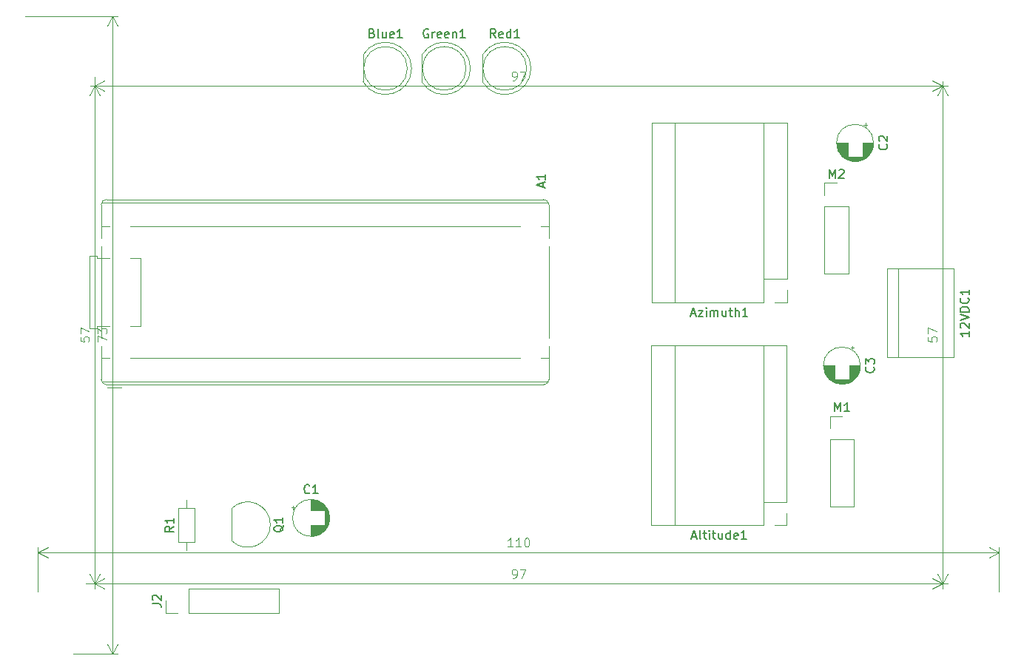
<source format=gbr>
%TF.GenerationSoftware,KiCad,Pcbnew,9.0.6-9.0.6~ubuntu24.04.1*%
%TF.CreationDate,2025-12-19T01:03:36-05:00*%
%TF.ProjectId,pilomar_schematics,70696c6f-6d61-4725-9f73-6368656d6174,rev?*%
%TF.SameCoordinates,Original*%
%TF.FileFunction,Legend,Top*%
%TF.FilePolarity,Positive*%
%FSLAX46Y46*%
G04 Gerber Fmt 4.6, Leading zero omitted, Abs format (unit mm)*
G04 Created by KiCad (PCBNEW 9.0.6-9.0.6~ubuntu24.04.1) date 2025-12-19 01:03:36*
%MOMM*%
%LPD*%
G01*
G04 APERTURE LIST*
%ADD10C,0.100000*%
%ADD11C,0.150000*%
%ADD12C,0.120000*%
G04 APERTURE END LIST*
D10*
X84333333Y-109257419D02*
X83761905Y-109257419D01*
X84047619Y-109257419D02*
X84047619Y-108257419D01*
X84047619Y-108257419D02*
X83952381Y-108400276D01*
X83952381Y-108400276D02*
X83857143Y-108495514D01*
X83857143Y-108495514D02*
X83761905Y-108543133D01*
X85285714Y-109257419D02*
X84714286Y-109257419D01*
X85000000Y-109257419D02*
X85000000Y-108257419D01*
X85000000Y-108257419D02*
X84904762Y-108400276D01*
X84904762Y-108400276D02*
X84809524Y-108495514D01*
X84809524Y-108495514D02*
X84714286Y-108543133D01*
X85904762Y-108257419D02*
X86000000Y-108257419D01*
X86000000Y-108257419D02*
X86095238Y-108305038D01*
X86095238Y-108305038D02*
X86142857Y-108352657D01*
X86142857Y-108352657D02*
X86190476Y-108447895D01*
X86190476Y-108447895D02*
X86238095Y-108638371D01*
X86238095Y-108638371D02*
X86238095Y-108876466D01*
X86238095Y-108876466D02*
X86190476Y-109066942D01*
X86190476Y-109066942D02*
X86142857Y-109162180D01*
X86142857Y-109162180D02*
X86095238Y-109209800D01*
X86095238Y-109209800D02*
X86000000Y-109257419D01*
X86000000Y-109257419D02*
X85904762Y-109257419D01*
X85904762Y-109257419D02*
X85809524Y-109209800D01*
X85809524Y-109209800D02*
X85761905Y-109162180D01*
X85761905Y-109162180D02*
X85714286Y-109066942D01*
X85714286Y-109066942D02*
X85666667Y-108876466D01*
X85666667Y-108876466D02*
X85666667Y-108638371D01*
X85666667Y-108638371D02*
X85714286Y-108447895D01*
X85714286Y-108447895D02*
X85761905Y-108352657D01*
X85761905Y-108352657D02*
X85809524Y-108305038D01*
X85809524Y-108305038D02*
X85904762Y-108257419D01*
X30000000Y-114400000D02*
X30000000Y-109313580D01*
X140000000Y-109313580D02*
X140000000Y-114400000D01*
X30000000Y-109900000D02*
X140000000Y-109900000D01*
X30000000Y-109900000D02*
X31126504Y-109313579D01*
X30000000Y-109900000D02*
X31126504Y-110486421D01*
X140000000Y-109900000D02*
X138873496Y-110486421D01*
X140000000Y-109900000D02*
X138873496Y-109313579D01*
X34857419Y-85238095D02*
X34857419Y-85714285D01*
X34857419Y-85714285D02*
X35333609Y-85761904D01*
X35333609Y-85761904D02*
X35285990Y-85714285D01*
X35285990Y-85714285D02*
X35238371Y-85619047D01*
X35238371Y-85619047D02*
X35238371Y-85380952D01*
X35238371Y-85380952D02*
X35285990Y-85285714D01*
X35285990Y-85285714D02*
X35333609Y-85238095D01*
X35333609Y-85238095D02*
X35428847Y-85190476D01*
X35428847Y-85190476D02*
X35666942Y-85190476D01*
X35666942Y-85190476D02*
X35762180Y-85238095D01*
X35762180Y-85238095D02*
X35809800Y-85285714D01*
X35809800Y-85285714D02*
X35857419Y-85380952D01*
X35857419Y-85380952D02*
X35857419Y-85619047D01*
X35857419Y-85619047D02*
X35809800Y-85714285D01*
X35809800Y-85714285D02*
X35762180Y-85761904D01*
X34857419Y-84857142D02*
X34857419Y-84190476D01*
X34857419Y-84190476D02*
X35857419Y-84619047D01*
X35500000Y-113500000D02*
X37086420Y-113500000D01*
X37086420Y-56500000D02*
X36000000Y-56500000D01*
X36500000Y-113500000D02*
X36500000Y-56500000D01*
X36500000Y-113500000D02*
X35913579Y-112373496D01*
X36500000Y-113500000D02*
X37086421Y-112373496D01*
X36500000Y-56500000D02*
X37086421Y-57626504D01*
X36500000Y-56500000D02*
X35913579Y-57626504D01*
X84333333Y-112857419D02*
X84523809Y-112857419D01*
X84523809Y-112857419D02*
X84619047Y-112809800D01*
X84619047Y-112809800D02*
X84666666Y-112762180D01*
X84666666Y-112762180D02*
X84761904Y-112619323D01*
X84761904Y-112619323D02*
X84809523Y-112428847D01*
X84809523Y-112428847D02*
X84809523Y-112047895D01*
X84809523Y-112047895D02*
X84761904Y-111952657D01*
X84761904Y-111952657D02*
X84714285Y-111905038D01*
X84714285Y-111905038D02*
X84619047Y-111857419D01*
X84619047Y-111857419D02*
X84428571Y-111857419D01*
X84428571Y-111857419D02*
X84333333Y-111905038D01*
X84333333Y-111905038D02*
X84285714Y-111952657D01*
X84285714Y-111952657D02*
X84238095Y-112047895D01*
X84238095Y-112047895D02*
X84238095Y-112285990D01*
X84238095Y-112285990D02*
X84285714Y-112381228D01*
X84285714Y-112381228D02*
X84333333Y-112428847D01*
X84333333Y-112428847D02*
X84428571Y-112476466D01*
X84428571Y-112476466D02*
X84619047Y-112476466D01*
X84619047Y-112476466D02*
X84714285Y-112428847D01*
X84714285Y-112428847D02*
X84761904Y-112381228D01*
X84761904Y-112381228D02*
X84809523Y-112285990D01*
X85142857Y-111857419D02*
X85809523Y-111857419D01*
X85809523Y-111857419D02*
X85380952Y-112857419D01*
X36500000Y-112500000D02*
X36500000Y-114086420D01*
X133500000Y-114086420D02*
X133500000Y-113000000D01*
X36500000Y-113500000D02*
X133500000Y-113500000D01*
X36500000Y-113500000D02*
X37626504Y-112913579D01*
X36500000Y-113500000D02*
X37626504Y-114086421D01*
X133500000Y-113500000D02*
X132373496Y-114086421D01*
X133500000Y-113500000D02*
X132373496Y-112913579D01*
X84333333Y-55857419D02*
X84523809Y-55857419D01*
X84523809Y-55857419D02*
X84619047Y-55809800D01*
X84619047Y-55809800D02*
X84666666Y-55762180D01*
X84666666Y-55762180D02*
X84761904Y-55619323D01*
X84761904Y-55619323D02*
X84809523Y-55428847D01*
X84809523Y-55428847D02*
X84809523Y-55047895D01*
X84809523Y-55047895D02*
X84761904Y-54952657D01*
X84761904Y-54952657D02*
X84714285Y-54905038D01*
X84714285Y-54905038D02*
X84619047Y-54857419D01*
X84619047Y-54857419D02*
X84428571Y-54857419D01*
X84428571Y-54857419D02*
X84333333Y-54905038D01*
X84333333Y-54905038D02*
X84285714Y-54952657D01*
X84285714Y-54952657D02*
X84238095Y-55047895D01*
X84238095Y-55047895D02*
X84238095Y-55285990D01*
X84238095Y-55285990D02*
X84285714Y-55381228D01*
X84285714Y-55381228D02*
X84333333Y-55428847D01*
X84333333Y-55428847D02*
X84428571Y-55476466D01*
X84428571Y-55476466D02*
X84619047Y-55476466D01*
X84619047Y-55476466D02*
X84714285Y-55428847D01*
X84714285Y-55428847D02*
X84761904Y-55381228D01*
X84761904Y-55381228D02*
X84809523Y-55285990D01*
X85142857Y-54857419D02*
X85809523Y-54857419D01*
X85809523Y-54857419D02*
X85380952Y-55857419D01*
X36500000Y-55500000D02*
X36500000Y-57086420D01*
X133500000Y-57086420D02*
X133500000Y-56000000D01*
X36500000Y-56500000D02*
X133500000Y-56500000D01*
X36500000Y-56500000D02*
X37626504Y-55913579D01*
X36500000Y-56500000D02*
X37626504Y-57086421D01*
X133500000Y-56500000D02*
X132373496Y-57086421D01*
X133500000Y-56500000D02*
X132373496Y-55913579D01*
X36857419Y-85809523D02*
X36857419Y-85142857D01*
X36857419Y-85142857D02*
X37857419Y-85571428D01*
X36857419Y-84857142D02*
X36857419Y-84238095D01*
X36857419Y-84238095D02*
X37238371Y-84571428D01*
X37238371Y-84571428D02*
X37238371Y-84428571D01*
X37238371Y-84428571D02*
X37285990Y-84333333D01*
X37285990Y-84333333D02*
X37333609Y-84285714D01*
X37333609Y-84285714D02*
X37428847Y-84238095D01*
X37428847Y-84238095D02*
X37666942Y-84238095D01*
X37666942Y-84238095D02*
X37762180Y-84285714D01*
X37762180Y-84285714D02*
X37809800Y-84333333D01*
X37809800Y-84333333D02*
X37857419Y-84428571D01*
X37857419Y-84428571D02*
X37857419Y-84714285D01*
X37857419Y-84714285D02*
X37809800Y-84809523D01*
X37809800Y-84809523D02*
X37762180Y-84857142D01*
X34000000Y-121500000D02*
X39086420Y-121500000D01*
X39086420Y-48500000D02*
X28500000Y-48500000D01*
X38500000Y-121500000D02*
X38500000Y-48500000D01*
X38500000Y-121500000D02*
X37913579Y-120373496D01*
X38500000Y-121500000D02*
X39086421Y-120373496D01*
X38500000Y-48500000D02*
X39086421Y-49626504D01*
X38500000Y-48500000D02*
X37913579Y-49626504D01*
X131857419Y-85238095D02*
X131857419Y-85714285D01*
X131857419Y-85714285D02*
X132333609Y-85761904D01*
X132333609Y-85761904D02*
X132285990Y-85714285D01*
X132285990Y-85714285D02*
X132238371Y-85619047D01*
X132238371Y-85619047D02*
X132238371Y-85380952D01*
X132238371Y-85380952D02*
X132285990Y-85285714D01*
X132285990Y-85285714D02*
X132333609Y-85238095D01*
X132333609Y-85238095D02*
X132428847Y-85190476D01*
X132428847Y-85190476D02*
X132666942Y-85190476D01*
X132666942Y-85190476D02*
X132762180Y-85238095D01*
X132762180Y-85238095D02*
X132809800Y-85285714D01*
X132809800Y-85285714D02*
X132857419Y-85380952D01*
X132857419Y-85380952D02*
X132857419Y-85619047D01*
X132857419Y-85619047D02*
X132809800Y-85714285D01*
X132809800Y-85714285D02*
X132762180Y-85761904D01*
X131857419Y-84857142D02*
X131857419Y-84190476D01*
X131857419Y-84190476D02*
X132857419Y-84619047D01*
X132500000Y-113500000D02*
X134086420Y-113500000D01*
X134086420Y-56500000D02*
X133000000Y-56500000D01*
X133500000Y-113500000D02*
X133500000Y-56500000D01*
X133500000Y-113500000D02*
X132913579Y-112373496D01*
X133500000Y-113500000D02*
X134086421Y-112373496D01*
X133500000Y-56500000D02*
X134086421Y-57626504D01*
X133500000Y-56500000D02*
X132913579Y-57626504D01*
D11*
X136534819Y-84595238D02*
X136534819Y-85166666D01*
X136534819Y-84880952D02*
X135534819Y-84880952D01*
X135534819Y-84880952D02*
X135677676Y-84976190D01*
X135677676Y-84976190D02*
X135772914Y-85071428D01*
X135772914Y-85071428D02*
X135820533Y-85166666D01*
X135630057Y-84214285D02*
X135582438Y-84166666D01*
X135582438Y-84166666D02*
X135534819Y-84071428D01*
X135534819Y-84071428D02*
X135534819Y-83833333D01*
X135534819Y-83833333D02*
X135582438Y-83738095D01*
X135582438Y-83738095D02*
X135630057Y-83690476D01*
X135630057Y-83690476D02*
X135725295Y-83642857D01*
X135725295Y-83642857D02*
X135820533Y-83642857D01*
X135820533Y-83642857D02*
X135963390Y-83690476D01*
X135963390Y-83690476D02*
X136534819Y-84261904D01*
X136534819Y-84261904D02*
X136534819Y-83642857D01*
X135534819Y-83357142D02*
X136534819Y-83023809D01*
X136534819Y-83023809D02*
X135534819Y-82690476D01*
X136534819Y-82357142D02*
X135534819Y-82357142D01*
X135534819Y-82357142D02*
X135534819Y-82119047D01*
X135534819Y-82119047D02*
X135582438Y-81976190D01*
X135582438Y-81976190D02*
X135677676Y-81880952D01*
X135677676Y-81880952D02*
X135772914Y-81833333D01*
X135772914Y-81833333D02*
X135963390Y-81785714D01*
X135963390Y-81785714D02*
X136106247Y-81785714D01*
X136106247Y-81785714D02*
X136296723Y-81833333D01*
X136296723Y-81833333D02*
X136391961Y-81880952D01*
X136391961Y-81880952D02*
X136487200Y-81976190D01*
X136487200Y-81976190D02*
X136534819Y-82119047D01*
X136534819Y-82119047D02*
X136534819Y-82357142D01*
X136439580Y-80785714D02*
X136487200Y-80833333D01*
X136487200Y-80833333D02*
X136534819Y-80976190D01*
X136534819Y-80976190D02*
X136534819Y-81071428D01*
X136534819Y-81071428D02*
X136487200Y-81214285D01*
X136487200Y-81214285D02*
X136391961Y-81309523D01*
X136391961Y-81309523D02*
X136296723Y-81357142D01*
X136296723Y-81357142D02*
X136106247Y-81404761D01*
X136106247Y-81404761D02*
X135963390Y-81404761D01*
X135963390Y-81404761D02*
X135772914Y-81357142D01*
X135772914Y-81357142D02*
X135677676Y-81309523D01*
X135677676Y-81309523D02*
X135582438Y-81214285D01*
X135582438Y-81214285D02*
X135534819Y-81071428D01*
X135534819Y-81071428D02*
X135534819Y-80976190D01*
X135534819Y-80976190D02*
X135582438Y-80833333D01*
X135582438Y-80833333D02*
X135630057Y-80785714D01*
X136534819Y-79833333D02*
X136534819Y-80404761D01*
X136534819Y-80119047D02*
X135534819Y-80119047D01*
X135534819Y-80119047D02*
X135677676Y-80214285D01*
X135677676Y-80214285D02*
X135772914Y-80309523D01*
X135772914Y-80309523D02*
X135820533Y-80404761D01*
X58110057Y-106825238D02*
X58062438Y-106920476D01*
X58062438Y-106920476D02*
X57967200Y-107015714D01*
X57967200Y-107015714D02*
X57824342Y-107158571D01*
X57824342Y-107158571D02*
X57776723Y-107253809D01*
X57776723Y-107253809D02*
X57776723Y-107349047D01*
X58014819Y-107301428D02*
X57967200Y-107396666D01*
X57967200Y-107396666D02*
X57871961Y-107491904D01*
X57871961Y-107491904D02*
X57681485Y-107539523D01*
X57681485Y-107539523D02*
X57348152Y-107539523D01*
X57348152Y-107539523D02*
X57157676Y-107491904D01*
X57157676Y-107491904D02*
X57062438Y-107396666D01*
X57062438Y-107396666D02*
X57014819Y-107301428D01*
X57014819Y-107301428D02*
X57014819Y-107110952D01*
X57014819Y-107110952D02*
X57062438Y-107015714D01*
X57062438Y-107015714D02*
X57157676Y-106920476D01*
X57157676Y-106920476D02*
X57348152Y-106872857D01*
X57348152Y-106872857D02*
X57681485Y-106872857D01*
X57681485Y-106872857D02*
X57871961Y-106920476D01*
X57871961Y-106920476D02*
X57967200Y-107015714D01*
X57967200Y-107015714D02*
X58014819Y-107110952D01*
X58014819Y-107110952D02*
X58014819Y-107301428D01*
X58014819Y-105920476D02*
X58014819Y-106491904D01*
X58014819Y-106206190D02*
X57014819Y-106206190D01*
X57014819Y-106206190D02*
X57157676Y-106301428D01*
X57157676Y-106301428D02*
X57252914Y-106396666D01*
X57252914Y-106396666D02*
X57300533Y-106491904D01*
X87784104Y-68073339D02*
X87784104Y-67597149D01*
X88069819Y-68168577D02*
X87069819Y-67835244D01*
X87069819Y-67835244D02*
X88069819Y-67501911D01*
X88069819Y-66644768D02*
X88069819Y-67216196D01*
X88069819Y-66930482D02*
X87069819Y-66930482D01*
X87069819Y-66930482D02*
X87212676Y-67025720D01*
X87212676Y-67025720D02*
X87307914Y-67120958D01*
X87307914Y-67120958D02*
X87355533Y-67216196D01*
X82382380Y-50994819D02*
X82049047Y-50518628D01*
X81810952Y-50994819D02*
X81810952Y-49994819D01*
X81810952Y-49994819D02*
X82191904Y-49994819D01*
X82191904Y-49994819D02*
X82287142Y-50042438D01*
X82287142Y-50042438D02*
X82334761Y-50090057D01*
X82334761Y-50090057D02*
X82382380Y-50185295D01*
X82382380Y-50185295D02*
X82382380Y-50328152D01*
X82382380Y-50328152D02*
X82334761Y-50423390D01*
X82334761Y-50423390D02*
X82287142Y-50471009D01*
X82287142Y-50471009D02*
X82191904Y-50518628D01*
X82191904Y-50518628D02*
X81810952Y-50518628D01*
X83191904Y-50947200D02*
X83096666Y-50994819D01*
X83096666Y-50994819D02*
X82906190Y-50994819D01*
X82906190Y-50994819D02*
X82810952Y-50947200D01*
X82810952Y-50947200D02*
X82763333Y-50851961D01*
X82763333Y-50851961D02*
X82763333Y-50471009D01*
X82763333Y-50471009D02*
X82810952Y-50375771D01*
X82810952Y-50375771D02*
X82906190Y-50328152D01*
X82906190Y-50328152D02*
X83096666Y-50328152D01*
X83096666Y-50328152D02*
X83191904Y-50375771D01*
X83191904Y-50375771D02*
X83239523Y-50471009D01*
X83239523Y-50471009D02*
X83239523Y-50566247D01*
X83239523Y-50566247D02*
X82763333Y-50661485D01*
X84096666Y-50994819D02*
X84096666Y-49994819D01*
X84096666Y-50947200D02*
X84001428Y-50994819D01*
X84001428Y-50994819D02*
X83810952Y-50994819D01*
X83810952Y-50994819D02*
X83715714Y-50947200D01*
X83715714Y-50947200D02*
X83668095Y-50899580D01*
X83668095Y-50899580D02*
X83620476Y-50804342D01*
X83620476Y-50804342D02*
X83620476Y-50518628D01*
X83620476Y-50518628D02*
X83668095Y-50423390D01*
X83668095Y-50423390D02*
X83715714Y-50375771D01*
X83715714Y-50375771D02*
X83810952Y-50328152D01*
X83810952Y-50328152D02*
X84001428Y-50328152D01*
X84001428Y-50328152D02*
X84096666Y-50375771D01*
X85096666Y-50994819D02*
X84525238Y-50994819D01*
X84810952Y-50994819D02*
X84810952Y-49994819D01*
X84810952Y-49994819D02*
X84715714Y-50137676D01*
X84715714Y-50137676D02*
X84620476Y-50232914D01*
X84620476Y-50232914D02*
X84525238Y-50280533D01*
X104775714Y-82599104D02*
X105251904Y-82599104D01*
X104680476Y-82884819D02*
X105013809Y-81884819D01*
X105013809Y-81884819D02*
X105347142Y-82884819D01*
X105585238Y-82218152D02*
X106109047Y-82218152D01*
X106109047Y-82218152D02*
X105585238Y-82884819D01*
X105585238Y-82884819D02*
X106109047Y-82884819D01*
X106490000Y-82884819D02*
X106490000Y-82218152D01*
X106490000Y-81884819D02*
X106442381Y-81932438D01*
X106442381Y-81932438D02*
X106490000Y-81980057D01*
X106490000Y-81980057D02*
X106537619Y-81932438D01*
X106537619Y-81932438D02*
X106490000Y-81884819D01*
X106490000Y-81884819D02*
X106490000Y-81980057D01*
X106966190Y-82884819D02*
X106966190Y-82218152D01*
X106966190Y-82313390D02*
X107013809Y-82265771D01*
X107013809Y-82265771D02*
X107109047Y-82218152D01*
X107109047Y-82218152D02*
X107251904Y-82218152D01*
X107251904Y-82218152D02*
X107347142Y-82265771D01*
X107347142Y-82265771D02*
X107394761Y-82361009D01*
X107394761Y-82361009D02*
X107394761Y-82884819D01*
X107394761Y-82361009D02*
X107442380Y-82265771D01*
X107442380Y-82265771D02*
X107537618Y-82218152D01*
X107537618Y-82218152D02*
X107680475Y-82218152D01*
X107680475Y-82218152D02*
X107775714Y-82265771D01*
X107775714Y-82265771D02*
X107823333Y-82361009D01*
X107823333Y-82361009D02*
X107823333Y-82884819D01*
X108728094Y-82218152D02*
X108728094Y-82884819D01*
X108299523Y-82218152D02*
X108299523Y-82741961D01*
X108299523Y-82741961D02*
X108347142Y-82837200D01*
X108347142Y-82837200D02*
X108442380Y-82884819D01*
X108442380Y-82884819D02*
X108585237Y-82884819D01*
X108585237Y-82884819D02*
X108680475Y-82837200D01*
X108680475Y-82837200D02*
X108728094Y-82789580D01*
X109061428Y-82218152D02*
X109442380Y-82218152D01*
X109204285Y-81884819D02*
X109204285Y-82741961D01*
X109204285Y-82741961D02*
X109251904Y-82837200D01*
X109251904Y-82837200D02*
X109347142Y-82884819D01*
X109347142Y-82884819D02*
X109442380Y-82884819D01*
X109775714Y-82884819D02*
X109775714Y-81884819D01*
X110204285Y-82884819D02*
X110204285Y-82361009D01*
X110204285Y-82361009D02*
X110156666Y-82265771D01*
X110156666Y-82265771D02*
X110061428Y-82218152D01*
X110061428Y-82218152D02*
X109918571Y-82218152D01*
X109918571Y-82218152D02*
X109823333Y-82265771D01*
X109823333Y-82265771D02*
X109775714Y-82313390D01*
X111204285Y-82884819D02*
X110632857Y-82884819D01*
X110918571Y-82884819D02*
X110918571Y-81884819D01*
X110918571Y-81884819D02*
X110823333Y-82027676D01*
X110823333Y-82027676D02*
X110728095Y-82122914D01*
X110728095Y-82122914D02*
X110632857Y-82170533D01*
X68222380Y-50471009D02*
X68365237Y-50518628D01*
X68365237Y-50518628D02*
X68412856Y-50566247D01*
X68412856Y-50566247D02*
X68460475Y-50661485D01*
X68460475Y-50661485D02*
X68460475Y-50804342D01*
X68460475Y-50804342D02*
X68412856Y-50899580D01*
X68412856Y-50899580D02*
X68365237Y-50947200D01*
X68365237Y-50947200D02*
X68269999Y-50994819D01*
X68269999Y-50994819D02*
X67889047Y-50994819D01*
X67889047Y-50994819D02*
X67889047Y-49994819D01*
X67889047Y-49994819D02*
X68222380Y-49994819D01*
X68222380Y-49994819D02*
X68317618Y-50042438D01*
X68317618Y-50042438D02*
X68365237Y-50090057D01*
X68365237Y-50090057D02*
X68412856Y-50185295D01*
X68412856Y-50185295D02*
X68412856Y-50280533D01*
X68412856Y-50280533D02*
X68365237Y-50375771D01*
X68365237Y-50375771D02*
X68317618Y-50423390D01*
X68317618Y-50423390D02*
X68222380Y-50471009D01*
X68222380Y-50471009D02*
X67889047Y-50471009D01*
X69031904Y-50994819D02*
X68936666Y-50947200D01*
X68936666Y-50947200D02*
X68889047Y-50851961D01*
X68889047Y-50851961D02*
X68889047Y-49994819D01*
X69841428Y-50328152D02*
X69841428Y-50994819D01*
X69412857Y-50328152D02*
X69412857Y-50851961D01*
X69412857Y-50851961D02*
X69460476Y-50947200D01*
X69460476Y-50947200D02*
X69555714Y-50994819D01*
X69555714Y-50994819D02*
X69698571Y-50994819D01*
X69698571Y-50994819D02*
X69793809Y-50947200D01*
X69793809Y-50947200D02*
X69841428Y-50899580D01*
X70698571Y-50947200D02*
X70603333Y-50994819D01*
X70603333Y-50994819D02*
X70412857Y-50994819D01*
X70412857Y-50994819D02*
X70317619Y-50947200D01*
X70317619Y-50947200D02*
X70270000Y-50851961D01*
X70270000Y-50851961D02*
X70270000Y-50471009D01*
X70270000Y-50471009D02*
X70317619Y-50375771D01*
X70317619Y-50375771D02*
X70412857Y-50328152D01*
X70412857Y-50328152D02*
X70603333Y-50328152D01*
X70603333Y-50328152D02*
X70698571Y-50375771D01*
X70698571Y-50375771D02*
X70746190Y-50471009D01*
X70746190Y-50471009D02*
X70746190Y-50566247D01*
X70746190Y-50566247D02*
X70270000Y-50661485D01*
X71698571Y-50994819D02*
X71127143Y-50994819D01*
X71412857Y-50994819D02*
X71412857Y-49994819D01*
X71412857Y-49994819D02*
X71317619Y-50137676D01*
X71317619Y-50137676D02*
X71222381Y-50232914D01*
X71222381Y-50232914D02*
X71127143Y-50280533D01*
X127109580Y-63194067D02*
X127157200Y-63241686D01*
X127157200Y-63241686D02*
X127204819Y-63384543D01*
X127204819Y-63384543D02*
X127204819Y-63479781D01*
X127204819Y-63479781D02*
X127157200Y-63622638D01*
X127157200Y-63622638D02*
X127061961Y-63717876D01*
X127061961Y-63717876D02*
X126966723Y-63765495D01*
X126966723Y-63765495D02*
X126776247Y-63813114D01*
X126776247Y-63813114D02*
X126633390Y-63813114D01*
X126633390Y-63813114D02*
X126442914Y-63765495D01*
X126442914Y-63765495D02*
X126347676Y-63717876D01*
X126347676Y-63717876D02*
X126252438Y-63622638D01*
X126252438Y-63622638D02*
X126204819Y-63479781D01*
X126204819Y-63479781D02*
X126204819Y-63384543D01*
X126204819Y-63384543D02*
X126252438Y-63241686D01*
X126252438Y-63241686D02*
X126300057Y-63194067D01*
X126300057Y-62813114D02*
X126252438Y-62765495D01*
X126252438Y-62765495D02*
X126204819Y-62670257D01*
X126204819Y-62670257D02*
X126204819Y-62432162D01*
X126204819Y-62432162D02*
X126252438Y-62336924D01*
X126252438Y-62336924D02*
X126300057Y-62289305D01*
X126300057Y-62289305D02*
X126395295Y-62241686D01*
X126395295Y-62241686D02*
X126490533Y-62241686D01*
X126490533Y-62241686D02*
X126633390Y-62289305D01*
X126633390Y-62289305D02*
X127204819Y-62860733D01*
X127204819Y-62860733D02*
X127204819Y-62241686D01*
X43074819Y-115793333D02*
X43789104Y-115793333D01*
X43789104Y-115793333D02*
X43931961Y-115840952D01*
X43931961Y-115840952D02*
X44027200Y-115936190D01*
X44027200Y-115936190D02*
X44074819Y-116079047D01*
X44074819Y-116079047D02*
X44074819Y-116174285D01*
X43170057Y-115364761D02*
X43122438Y-115317142D01*
X43122438Y-115317142D02*
X43074819Y-115221904D01*
X43074819Y-115221904D02*
X43074819Y-114983809D01*
X43074819Y-114983809D02*
X43122438Y-114888571D01*
X43122438Y-114888571D02*
X43170057Y-114840952D01*
X43170057Y-114840952D02*
X43265295Y-114793333D01*
X43265295Y-114793333D02*
X43360533Y-114793333D01*
X43360533Y-114793333D02*
X43503390Y-114840952D01*
X43503390Y-114840952D02*
X44074819Y-115412380D01*
X44074819Y-115412380D02*
X44074819Y-114793333D01*
X74661666Y-50042438D02*
X74566428Y-49994819D01*
X74566428Y-49994819D02*
X74423571Y-49994819D01*
X74423571Y-49994819D02*
X74280714Y-50042438D01*
X74280714Y-50042438D02*
X74185476Y-50137676D01*
X74185476Y-50137676D02*
X74137857Y-50232914D01*
X74137857Y-50232914D02*
X74090238Y-50423390D01*
X74090238Y-50423390D02*
X74090238Y-50566247D01*
X74090238Y-50566247D02*
X74137857Y-50756723D01*
X74137857Y-50756723D02*
X74185476Y-50851961D01*
X74185476Y-50851961D02*
X74280714Y-50947200D01*
X74280714Y-50947200D02*
X74423571Y-50994819D01*
X74423571Y-50994819D02*
X74518809Y-50994819D01*
X74518809Y-50994819D02*
X74661666Y-50947200D01*
X74661666Y-50947200D02*
X74709285Y-50899580D01*
X74709285Y-50899580D02*
X74709285Y-50566247D01*
X74709285Y-50566247D02*
X74518809Y-50566247D01*
X75137857Y-50994819D02*
X75137857Y-50328152D01*
X75137857Y-50518628D02*
X75185476Y-50423390D01*
X75185476Y-50423390D02*
X75233095Y-50375771D01*
X75233095Y-50375771D02*
X75328333Y-50328152D01*
X75328333Y-50328152D02*
X75423571Y-50328152D01*
X76137857Y-50947200D02*
X76042619Y-50994819D01*
X76042619Y-50994819D02*
X75852143Y-50994819D01*
X75852143Y-50994819D02*
X75756905Y-50947200D01*
X75756905Y-50947200D02*
X75709286Y-50851961D01*
X75709286Y-50851961D02*
X75709286Y-50471009D01*
X75709286Y-50471009D02*
X75756905Y-50375771D01*
X75756905Y-50375771D02*
X75852143Y-50328152D01*
X75852143Y-50328152D02*
X76042619Y-50328152D01*
X76042619Y-50328152D02*
X76137857Y-50375771D01*
X76137857Y-50375771D02*
X76185476Y-50471009D01*
X76185476Y-50471009D02*
X76185476Y-50566247D01*
X76185476Y-50566247D02*
X75709286Y-50661485D01*
X76995000Y-50947200D02*
X76899762Y-50994819D01*
X76899762Y-50994819D02*
X76709286Y-50994819D01*
X76709286Y-50994819D02*
X76614048Y-50947200D01*
X76614048Y-50947200D02*
X76566429Y-50851961D01*
X76566429Y-50851961D02*
X76566429Y-50471009D01*
X76566429Y-50471009D02*
X76614048Y-50375771D01*
X76614048Y-50375771D02*
X76709286Y-50328152D01*
X76709286Y-50328152D02*
X76899762Y-50328152D01*
X76899762Y-50328152D02*
X76995000Y-50375771D01*
X76995000Y-50375771D02*
X77042619Y-50471009D01*
X77042619Y-50471009D02*
X77042619Y-50566247D01*
X77042619Y-50566247D02*
X76566429Y-50661485D01*
X77471191Y-50328152D02*
X77471191Y-50994819D01*
X77471191Y-50423390D02*
X77518810Y-50375771D01*
X77518810Y-50375771D02*
X77614048Y-50328152D01*
X77614048Y-50328152D02*
X77756905Y-50328152D01*
X77756905Y-50328152D02*
X77852143Y-50375771D01*
X77852143Y-50375771D02*
X77899762Y-50471009D01*
X77899762Y-50471009D02*
X77899762Y-50994819D01*
X78899762Y-50994819D02*
X78328334Y-50994819D01*
X78614048Y-50994819D02*
X78614048Y-49994819D01*
X78614048Y-49994819D02*
X78518810Y-50137676D01*
X78518810Y-50137676D02*
X78423572Y-50232914D01*
X78423572Y-50232914D02*
X78328334Y-50280533D01*
X61083333Y-103069580D02*
X61035714Y-103117200D01*
X61035714Y-103117200D02*
X60892857Y-103164819D01*
X60892857Y-103164819D02*
X60797619Y-103164819D01*
X60797619Y-103164819D02*
X60654762Y-103117200D01*
X60654762Y-103117200D02*
X60559524Y-103021961D01*
X60559524Y-103021961D02*
X60511905Y-102926723D01*
X60511905Y-102926723D02*
X60464286Y-102736247D01*
X60464286Y-102736247D02*
X60464286Y-102593390D01*
X60464286Y-102593390D02*
X60511905Y-102402914D01*
X60511905Y-102402914D02*
X60559524Y-102307676D01*
X60559524Y-102307676D02*
X60654762Y-102212438D01*
X60654762Y-102212438D02*
X60797619Y-102164819D01*
X60797619Y-102164819D02*
X60892857Y-102164819D01*
X60892857Y-102164819D02*
X61035714Y-102212438D01*
X61035714Y-102212438D02*
X61083333Y-102260057D01*
X62035714Y-103164819D02*
X61464286Y-103164819D01*
X61750000Y-103164819D02*
X61750000Y-102164819D01*
X61750000Y-102164819D02*
X61654762Y-102307676D01*
X61654762Y-102307676D02*
X61559524Y-102402914D01*
X61559524Y-102402914D02*
X61464286Y-102450533D01*
X121190476Y-93764819D02*
X121190476Y-92764819D01*
X121190476Y-92764819D02*
X121523809Y-93479104D01*
X121523809Y-93479104D02*
X121857142Y-92764819D01*
X121857142Y-92764819D02*
X121857142Y-93764819D01*
X122857142Y-93764819D02*
X122285714Y-93764819D01*
X122571428Y-93764819D02*
X122571428Y-92764819D01*
X122571428Y-92764819D02*
X122476190Y-92907676D01*
X122476190Y-92907676D02*
X122380952Y-93002914D01*
X122380952Y-93002914D02*
X122285714Y-93050533D01*
X120570476Y-67074819D02*
X120570476Y-66074819D01*
X120570476Y-66074819D02*
X120903809Y-66789104D01*
X120903809Y-66789104D02*
X121237142Y-66074819D01*
X121237142Y-66074819D02*
X121237142Y-67074819D01*
X121665714Y-66170057D02*
X121713333Y-66122438D01*
X121713333Y-66122438D02*
X121808571Y-66074819D01*
X121808571Y-66074819D02*
X122046666Y-66074819D01*
X122046666Y-66074819D02*
X122141904Y-66122438D01*
X122141904Y-66122438D02*
X122189523Y-66170057D01*
X122189523Y-66170057D02*
X122237142Y-66265295D01*
X122237142Y-66265295D02*
X122237142Y-66360533D01*
X122237142Y-66360533D02*
X122189523Y-66503390D01*
X122189523Y-66503390D02*
X121618095Y-67074819D01*
X121618095Y-67074819D02*
X122237142Y-67074819D01*
X125609580Y-88694067D02*
X125657200Y-88741686D01*
X125657200Y-88741686D02*
X125704819Y-88884543D01*
X125704819Y-88884543D02*
X125704819Y-88979781D01*
X125704819Y-88979781D02*
X125657200Y-89122638D01*
X125657200Y-89122638D02*
X125561961Y-89217876D01*
X125561961Y-89217876D02*
X125466723Y-89265495D01*
X125466723Y-89265495D02*
X125276247Y-89313114D01*
X125276247Y-89313114D02*
X125133390Y-89313114D01*
X125133390Y-89313114D02*
X124942914Y-89265495D01*
X124942914Y-89265495D02*
X124847676Y-89217876D01*
X124847676Y-89217876D02*
X124752438Y-89122638D01*
X124752438Y-89122638D02*
X124704819Y-88979781D01*
X124704819Y-88979781D02*
X124704819Y-88884543D01*
X124704819Y-88884543D02*
X124752438Y-88741686D01*
X124752438Y-88741686D02*
X124800057Y-88694067D01*
X124704819Y-88360733D02*
X124704819Y-87741686D01*
X124704819Y-87741686D02*
X125085771Y-88075019D01*
X125085771Y-88075019D02*
X125085771Y-87932162D01*
X125085771Y-87932162D02*
X125133390Y-87836924D01*
X125133390Y-87836924D02*
X125181009Y-87789305D01*
X125181009Y-87789305D02*
X125276247Y-87741686D01*
X125276247Y-87741686D02*
X125514342Y-87741686D01*
X125514342Y-87741686D02*
X125609580Y-87789305D01*
X125609580Y-87789305D02*
X125657200Y-87836924D01*
X125657200Y-87836924D02*
X125704819Y-87932162D01*
X125704819Y-87932162D02*
X125704819Y-88217876D01*
X125704819Y-88217876D02*
X125657200Y-88313114D01*
X125657200Y-88313114D02*
X125609580Y-88360733D01*
X104830952Y-108099104D02*
X105307142Y-108099104D01*
X104735714Y-108384819D02*
X105069047Y-107384819D01*
X105069047Y-107384819D02*
X105402380Y-108384819D01*
X105878571Y-108384819D02*
X105783333Y-108337200D01*
X105783333Y-108337200D02*
X105735714Y-108241961D01*
X105735714Y-108241961D02*
X105735714Y-107384819D01*
X106116667Y-107718152D02*
X106497619Y-107718152D01*
X106259524Y-107384819D02*
X106259524Y-108241961D01*
X106259524Y-108241961D02*
X106307143Y-108337200D01*
X106307143Y-108337200D02*
X106402381Y-108384819D01*
X106402381Y-108384819D02*
X106497619Y-108384819D01*
X106830953Y-108384819D02*
X106830953Y-107718152D01*
X106830953Y-107384819D02*
X106783334Y-107432438D01*
X106783334Y-107432438D02*
X106830953Y-107480057D01*
X106830953Y-107480057D02*
X106878572Y-107432438D01*
X106878572Y-107432438D02*
X106830953Y-107384819D01*
X106830953Y-107384819D02*
X106830953Y-107480057D01*
X107164286Y-107718152D02*
X107545238Y-107718152D01*
X107307143Y-107384819D02*
X107307143Y-108241961D01*
X107307143Y-108241961D02*
X107354762Y-108337200D01*
X107354762Y-108337200D02*
X107450000Y-108384819D01*
X107450000Y-108384819D02*
X107545238Y-108384819D01*
X108307143Y-107718152D02*
X108307143Y-108384819D01*
X107878572Y-107718152D02*
X107878572Y-108241961D01*
X107878572Y-108241961D02*
X107926191Y-108337200D01*
X107926191Y-108337200D02*
X108021429Y-108384819D01*
X108021429Y-108384819D02*
X108164286Y-108384819D01*
X108164286Y-108384819D02*
X108259524Y-108337200D01*
X108259524Y-108337200D02*
X108307143Y-108289580D01*
X109211905Y-108384819D02*
X109211905Y-107384819D01*
X109211905Y-108337200D02*
X109116667Y-108384819D01*
X109116667Y-108384819D02*
X108926191Y-108384819D01*
X108926191Y-108384819D02*
X108830953Y-108337200D01*
X108830953Y-108337200D02*
X108783334Y-108289580D01*
X108783334Y-108289580D02*
X108735715Y-108194342D01*
X108735715Y-108194342D02*
X108735715Y-107908628D01*
X108735715Y-107908628D02*
X108783334Y-107813390D01*
X108783334Y-107813390D02*
X108830953Y-107765771D01*
X108830953Y-107765771D02*
X108926191Y-107718152D01*
X108926191Y-107718152D02*
X109116667Y-107718152D01*
X109116667Y-107718152D02*
X109211905Y-107765771D01*
X110069048Y-108337200D02*
X109973810Y-108384819D01*
X109973810Y-108384819D02*
X109783334Y-108384819D01*
X109783334Y-108384819D02*
X109688096Y-108337200D01*
X109688096Y-108337200D02*
X109640477Y-108241961D01*
X109640477Y-108241961D02*
X109640477Y-107861009D01*
X109640477Y-107861009D02*
X109688096Y-107765771D01*
X109688096Y-107765771D02*
X109783334Y-107718152D01*
X109783334Y-107718152D02*
X109973810Y-107718152D01*
X109973810Y-107718152D02*
X110069048Y-107765771D01*
X110069048Y-107765771D02*
X110116667Y-107861009D01*
X110116667Y-107861009D02*
X110116667Y-107956247D01*
X110116667Y-107956247D02*
X109640477Y-108051485D01*
X111069048Y-108384819D02*
X110497620Y-108384819D01*
X110783334Y-108384819D02*
X110783334Y-107384819D01*
X110783334Y-107384819D02*
X110688096Y-107527676D01*
X110688096Y-107527676D02*
X110592858Y-107622914D01*
X110592858Y-107622914D02*
X110497620Y-107670533D01*
X45534819Y-106936666D02*
X45058628Y-107269999D01*
X45534819Y-107508094D02*
X44534819Y-107508094D01*
X44534819Y-107508094D02*
X44534819Y-107127142D01*
X44534819Y-107127142D02*
X44582438Y-107031904D01*
X44582438Y-107031904D02*
X44630057Y-106984285D01*
X44630057Y-106984285D02*
X44725295Y-106936666D01*
X44725295Y-106936666D02*
X44868152Y-106936666D01*
X44868152Y-106936666D02*
X44963390Y-106984285D01*
X44963390Y-106984285D02*
X45011009Y-107031904D01*
X45011009Y-107031904D02*
X45058628Y-107127142D01*
X45058628Y-107127142D02*
X45058628Y-107508094D01*
X45534819Y-105984285D02*
X45534819Y-106555713D01*
X45534819Y-106269999D02*
X44534819Y-106269999D01*
X44534819Y-106269999D02*
X44677676Y-106365237D01*
X44677676Y-106365237D02*
X44772914Y-106460475D01*
X44772914Y-106460475D02*
X44820533Y-106555713D01*
D12*
%TO.C,12VDC1*%
X127190000Y-77420000D02*
X127190000Y-87580000D01*
X127190000Y-87580000D02*
X134810000Y-87580000D01*
X128460000Y-87580000D02*
X128460000Y-77420000D01*
X134810000Y-77420000D02*
X127190000Y-77420000D01*
X134810000Y-87580000D02*
X134810000Y-77420000D01*
%TO.C,Q1*%
X52150000Y-104930000D02*
X52150000Y-108530000D01*
X52161522Y-104891522D02*
G75*
G02*
X56600001Y-106730000I1838478J-1838478D01*
G01*
X56600000Y-106730000D02*
G75*
G02*
X52161522Y-108568478I-2600000J0D01*
G01*
%TO.C,A1*%
X35940000Y-76000000D02*
X36760000Y-76000000D01*
X35940000Y-84220000D02*
X35940000Y-76000000D01*
X35940000Y-84220000D02*
X36760000Y-84220000D01*
X36760000Y-76000000D02*
X36760000Y-76210000D01*
X36760000Y-76210000D02*
X38156000Y-76210000D01*
X36760000Y-84010000D02*
X38156000Y-84010000D01*
X36760000Y-84220000D02*
X36760000Y-84010000D01*
X37240000Y-70110000D02*
X37240000Y-72600000D01*
X37240000Y-72600000D02*
X38153520Y-72600000D01*
X37240000Y-73947939D02*
X37240000Y-72600000D01*
X37240000Y-75875000D02*
X37240000Y-74872061D01*
X37240000Y-84345000D02*
X37240000Y-75875000D01*
X37240000Y-85347939D02*
X37240000Y-84345000D01*
X37240000Y-87620000D02*
X37240000Y-86272060D01*
X37240000Y-87620000D02*
X38153520Y-87620000D01*
X37240000Y-90110000D02*
X37240000Y-87620000D01*
X37303000Y-90380000D02*
X88397000Y-90380000D01*
X37850000Y-69500000D02*
X87850000Y-69500000D01*
X37850000Y-90720000D02*
X87850000Y-90720000D01*
X39520000Y-91040000D02*
X37920000Y-91040000D01*
X40544000Y-76210000D02*
X41760000Y-76210000D01*
X40544000Y-84010000D02*
X41760000Y-84010000D01*
X40546480Y-72600000D02*
X85153520Y-72600000D01*
X40546480Y-87620000D02*
X85153520Y-87620000D01*
X41760000Y-76210000D02*
X41760000Y-84010000D01*
X87546480Y-72600000D02*
X88460000Y-72600000D01*
X87546480Y-87620000D02*
X88460000Y-87620000D01*
X88397000Y-69840000D02*
X37303000Y-69840000D01*
X88460000Y-73947939D02*
X88460000Y-70110000D01*
X88460000Y-74872061D02*
X88460000Y-76510000D01*
X88460000Y-76510000D02*
X88460000Y-83710000D01*
X88460000Y-83710000D02*
X88460000Y-85347939D01*
X88460000Y-90110000D02*
X88460000Y-86272061D01*
X37240000Y-70110000D02*
G75*
G02*
X37850000Y-69500000I610000J0D01*
G01*
X37850000Y-90720000D02*
G75*
G02*
X37240000Y-90110000I0J610000D01*
G01*
X87850000Y-69500000D02*
G75*
G02*
X88460000Y-70110000I0J-610000D01*
G01*
X88460000Y-90110000D02*
G75*
G02*
X87850000Y-90720000I-609901J-99D01*
G01*
%TO.C,Red1*%
X80870000Y-52955000D02*
X80870000Y-56045000D01*
X80870000Y-52955170D02*
G75*
G02*
X86420000Y-54500000I2560000J-1544830D01*
G01*
X86420000Y-54500000D02*
G75*
G02*
X80870000Y-56044830I-2990000J0D01*
G01*
X85930000Y-54500000D02*
G75*
G02*
X80930000Y-54500000I-2500000J0D01*
G01*
X80930000Y-54500000D02*
G75*
G02*
X85930000Y-54500000I2500000J0D01*
G01*
%TO.C,Azimuth1*%
X100240000Y-60710000D02*
X100240000Y-81290000D01*
X100240000Y-81290000D02*
X113070000Y-81290000D01*
X102910000Y-81290000D02*
X102910000Y-60710000D01*
X113070000Y-78620000D02*
X113070000Y-60710000D01*
X113070000Y-78620000D02*
X115740000Y-78620000D01*
X113070000Y-81290000D02*
X113070000Y-78620000D01*
X114340000Y-81290000D02*
X115740000Y-81290000D01*
X115740000Y-60710000D02*
X100240000Y-60710000D01*
X115740000Y-78620000D02*
X115740000Y-60710000D01*
X115740000Y-81290000D02*
X115740000Y-79890000D01*
%TO.C,Blue1*%
X67210000Y-52955000D02*
X67210000Y-56045000D01*
X67210000Y-52955170D02*
G75*
G02*
X72760000Y-54500000I2560000J-1544830D01*
G01*
X72760000Y-54500000D02*
G75*
G02*
X67210000Y-56044830I-2990000J0D01*
G01*
X72270000Y-54500000D02*
G75*
G02*
X67270000Y-54500000I-2500000J0D01*
G01*
X67270000Y-54500000D02*
G75*
G02*
X72270000Y-54500000I2500000J0D01*
G01*
%TO.C,C2*%
X122660000Y-63027401D02*
X121420000Y-63027401D01*
X122660000Y-63067401D02*
X121420000Y-63067401D01*
X122660000Y-63107401D02*
X121422000Y-63107401D01*
X122660000Y-63147401D02*
X121423000Y-63147401D01*
X122660000Y-63187401D02*
X121426000Y-63187401D01*
X122660000Y-63227401D02*
X121429000Y-63227401D01*
X122660000Y-63267401D02*
X121434000Y-63267401D01*
X122660000Y-63307401D02*
X121439000Y-63307401D01*
X122660000Y-63347401D02*
X121444000Y-63347401D01*
X122660000Y-63387401D02*
X121451000Y-63387401D01*
X122660000Y-63427401D02*
X121458000Y-63427401D01*
X122660000Y-63467401D02*
X121466000Y-63467401D01*
X122660000Y-63507401D02*
X121475000Y-63507401D01*
X122660000Y-63547401D02*
X121485000Y-63547401D01*
X122660000Y-63587401D02*
X121495000Y-63587401D01*
X122660000Y-63627401D02*
X121507000Y-63627401D01*
X122660000Y-63667401D02*
X121519000Y-63667401D01*
X122660000Y-63707401D02*
X121532000Y-63707401D01*
X122660000Y-63747401D02*
X121546000Y-63747401D01*
X122660000Y-63787401D02*
X121561000Y-63787401D01*
X122660000Y-63827401D02*
X121577000Y-63827401D01*
X122660000Y-63867401D02*
X121594000Y-63867401D01*
X122660000Y-63907401D02*
X121611000Y-63907401D01*
X122660000Y-63947401D02*
X121630000Y-63947401D01*
X122660000Y-63987401D02*
X121650000Y-63987401D01*
X122660000Y-64027401D02*
X121671000Y-64027401D01*
X122660000Y-64067401D02*
X121693000Y-64067401D01*
X122660000Y-64107401D02*
X121716000Y-64107401D01*
X122660000Y-64147401D02*
X121740000Y-64147401D01*
X122660000Y-64187401D02*
X121766000Y-64187401D01*
X122660000Y-64227401D02*
X121792000Y-64227401D01*
X122660000Y-64267401D02*
X121820000Y-64267401D01*
X122660000Y-64307401D02*
X121850000Y-64307401D01*
X122660000Y-64347401D02*
X121881000Y-64347401D01*
X122660000Y-64387401D02*
X121914000Y-64387401D01*
X122660000Y-64427401D02*
X121948000Y-64427401D01*
X122660000Y-64467401D02*
X121984000Y-64467401D01*
X122660000Y-64507401D02*
X122022000Y-64507401D01*
X122660000Y-64547401D02*
X122062000Y-64547401D01*
X122660000Y-64587401D02*
X122104000Y-64587401D01*
X123870000Y-65107401D02*
X123130000Y-65107401D01*
X124037000Y-65067401D02*
X122963000Y-65067401D01*
X124163000Y-65027401D02*
X122837000Y-65027401D01*
X124268000Y-64987401D02*
X122732000Y-64987401D01*
X124359000Y-64947401D02*
X122641000Y-64947401D01*
X124440000Y-64907401D02*
X122560000Y-64907401D01*
X124513000Y-64867401D02*
X122487000Y-64867401D01*
X124580000Y-64827401D02*
X122420000Y-64827401D01*
X124642000Y-64787401D02*
X122358000Y-64787401D01*
X124695000Y-60757600D02*
X124695000Y-61157600D01*
X124699000Y-64747401D02*
X122301000Y-64747401D01*
X124753000Y-64707401D02*
X122247000Y-64707401D01*
X124803000Y-64667401D02*
X122197000Y-64667401D01*
X124851000Y-64627401D02*
X122149000Y-64627401D01*
X124895000Y-60957600D02*
X124495000Y-60957600D01*
X124896000Y-64587401D02*
X124340000Y-64587401D01*
X124938000Y-64547401D02*
X124340000Y-64547401D01*
X124978000Y-64507401D02*
X124340000Y-64507401D01*
X125016000Y-64467401D02*
X124340000Y-64467401D01*
X125052000Y-64427401D02*
X124340000Y-64427401D01*
X125086000Y-64387401D02*
X124340000Y-64387401D01*
X125119000Y-64347401D02*
X124340000Y-64347401D01*
X125150000Y-64307401D02*
X124340000Y-64307401D01*
X125180000Y-64267401D02*
X124340000Y-64267401D01*
X125208000Y-64227401D02*
X124340000Y-64227401D01*
X125234000Y-64187401D02*
X124340000Y-64187401D01*
X125260000Y-64147401D02*
X124340000Y-64147401D01*
X125284000Y-64107401D02*
X124340000Y-64107401D01*
X125307000Y-64067401D02*
X124340000Y-64067401D01*
X125329000Y-64027401D02*
X124340000Y-64027401D01*
X125350000Y-63987401D02*
X124340000Y-63987401D01*
X125370000Y-63947401D02*
X124340000Y-63947401D01*
X125389000Y-63907401D02*
X124340000Y-63907401D01*
X125406000Y-63867401D02*
X124340000Y-63867401D01*
X125423000Y-63827401D02*
X124340000Y-63827401D01*
X125439000Y-63787401D02*
X124340000Y-63787401D01*
X125454000Y-63747401D02*
X124340000Y-63747401D01*
X125468000Y-63707401D02*
X124340000Y-63707401D01*
X125481000Y-63667401D02*
X124340000Y-63667401D01*
X125493000Y-63627401D02*
X124340000Y-63627401D01*
X125505000Y-63587401D02*
X124340000Y-63587401D01*
X125515000Y-63547401D02*
X124340000Y-63547401D01*
X125525000Y-63507401D02*
X124340000Y-63507401D01*
X125534000Y-63467401D02*
X124340000Y-63467401D01*
X125542000Y-63427401D02*
X124340000Y-63427401D01*
X125549000Y-63387401D02*
X124340000Y-63387401D01*
X125556000Y-63347401D02*
X124340000Y-63347401D01*
X125561000Y-63307401D02*
X124340000Y-63307401D01*
X125566000Y-63267401D02*
X124340000Y-63267401D01*
X125571000Y-63227401D02*
X124340000Y-63227401D01*
X125574000Y-63187401D02*
X124340000Y-63187401D01*
X125577000Y-63147401D02*
X124340000Y-63147401D01*
X125578000Y-63107401D02*
X124340000Y-63107401D01*
X125580000Y-63027401D02*
X124340000Y-63027401D01*
X125580000Y-63067401D02*
X124340000Y-63067401D01*
X125620000Y-63027401D02*
G75*
G02*
X121380000Y-63027401I-2120000J0D01*
G01*
X121380000Y-63027401D02*
G75*
G02*
X125620000Y-63027401I2120000J0D01*
G01*
%TO.C,J2*%
X44620000Y-116840000D02*
X44620000Y-115460000D01*
X46000000Y-116840000D02*
X44620000Y-116840000D01*
X47270000Y-114080000D02*
X57540000Y-114080000D01*
X47270000Y-116840000D02*
X47270000Y-114080000D01*
X47270000Y-116840000D02*
X57540000Y-116840000D01*
X57540000Y-116840000D02*
X57540000Y-114080000D01*
%TO.C,Green1*%
X73935000Y-52955000D02*
X73935000Y-56045000D01*
X73935000Y-52955170D02*
G75*
G02*
X79485000Y-54500000I2560000J-1544830D01*
G01*
X79485000Y-54500000D02*
G75*
G02*
X73935000Y-56044830I-2990000J0D01*
G01*
X78995000Y-54500000D02*
G75*
G02*
X73995000Y-54500000I-2500000J0D01*
G01*
X73995000Y-54500000D02*
G75*
G02*
X78995000Y-54500000I2500000J0D01*
G01*
%TO.C,C1*%
X58980199Y-104765000D02*
X59380199Y-104765000D01*
X59180199Y-104565000D02*
X59180199Y-104965000D01*
X61250000Y-103880000D02*
X61250000Y-105120000D01*
X61250000Y-106800000D02*
X61250000Y-108040000D01*
X61290000Y-103880000D02*
X61290000Y-105120000D01*
X61290000Y-106800000D02*
X61290000Y-108040000D01*
X61330000Y-103882000D02*
X61330000Y-105120000D01*
X61330000Y-106800000D02*
X61330000Y-108038000D01*
X61370000Y-103883000D02*
X61370000Y-105120000D01*
X61370000Y-106800000D02*
X61370000Y-108037000D01*
X61410000Y-103886000D02*
X61410000Y-105120000D01*
X61410000Y-106800000D02*
X61410000Y-108034000D01*
X61450000Y-103889000D02*
X61450000Y-105120000D01*
X61450000Y-106800000D02*
X61450000Y-108031000D01*
X61490000Y-103894000D02*
X61490000Y-105120000D01*
X61490000Y-106800000D02*
X61490000Y-108026000D01*
X61530000Y-103899000D02*
X61530000Y-105120000D01*
X61530000Y-106800000D02*
X61530000Y-108021000D01*
X61570000Y-103904000D02*
X61570000Y-105120000D01*
X61570000Y-106800000D02*
X61570000Y-108016000D01*
X61610000Y-103911000D02*
X61610000Y-105120000D01*
X61610000Y-106800000D02*
X61610000Y-108009000D01*
X61650000Y-103918000D02*
X61650000Y-105120000D01*
X61650000Y-106800000D02*
X61650000Y-108002000D01*
X61690000Y-103926000D02*
X61690000Y-105120000D01*
X61690000Y-106800000D02*
X61690000Y-107994000D01*
X61730000Y-103935000D02*
X61730000Y-105120000D01*
X61730000Y-106800000D02*
X61730000Y-107985000D01*
X61770000Y-103945000D02*
X61770000Y-105120000D01*
X61770000Y-106800000D02*
X61770000Y-107975000D01*
X61810000Y-103955000D02*
X61810000Y-105120000D01*
X61810000Y-106800000D02*
X61810000Y-107965000D01*
X61850000Y-103967000D02*
X61850000Y-105120000D01*
X61850000Y-106800000D02*
X61850000Y-107953000D01*
X61890000Y-103979000D02*
X61890000Y-105120000D01*
X61890000Y-106800000D02*
X61890000Y-107941000D01*
X61930000Y-103992000D02*
X61930000Y-105120000D01*
X61930000Y-106800000D02*
X61930000Y-107928000D01*
X61970000Y-104006000D02*
X61970000Y-105120000D01*
X61970000Y-106800000D02*
X61970000Y-107914000D01*
X62010000Y-104021000D02*
X62010000Y-105120000D01*
X62010000Y-106800000D02*
X62010000Y-107899000D01*
X62050000Y-104037000D02*
X62050000Y-105120000D01*
X62050000Y-106800000D02*
X62050000Y-107883000D01*
X62090000Y-104054000D02*
X62090000Y-105120000D01*
X62090000Y-106800000D02*
X62090000Y-107866000D01*
X62130000Y-104071000D02*
X62130000Y-105120000D01*
X62130000Y-106800000D02*
X62130000Y-107849000D01*
X62170000Y-104090000D02*
X62170000Y-105120000D01*
X62170000Y-106800000D02*
X62170000Y-107830000D01*
X62210000Y-104110000D02*
X62210000Y-105120000D01*
X62210000Y-106800000D02*
X62210000Y-107810000D01*
X62250000Y-104131000D02*
X62250000Y-105120000D01*
X62250000Y-106800000D02*
X62250000Y-107789000D01*
X62290000Y-104153000D02*
X62290000Y-105120000D01*
X62290000Y-106800000D02*
X62290000Y-107767000D01*
X62330000Y-104176000D02*
X62330000Y-105120000D01*
X62330000Y-106800000D02*
X62330000Y-107744000D01*
X62370000Y-104200000D02*
X62370000Y-105120000D01*
X62370000Y-106800000D02*
X62370000Y-107720000D01*
X62410000Y-104226000D02*
X62410000Y-105120000D01*
X62410000Y-106800000D02*
X62410000Y-107694000D01*
X62450000Y-104252000D02*
X62450000Y-105120000D01*
X62450000Y-106800000D02*
X62450000Y-107668000D01*
X62490000Y-104280000D02*
X62490000Y-105120000D01*
X62490000Y-106800000D02*
X62490000Y-107640000D01*
X62530000Y-104310000D02*
X62530000Y-105120000D01*
X62530000Y-106800000D02*
X62530000Y-107610000D01*
X62570000Y-104341000D02*
X62570000Y-105120000D01*
X62570000Y-106800000D02*
X62570000Y-107579000D01*
X62610000Y-104374000D02*
X62610000Y-105120000D01*
X62610000Y-106800000D02*
X62610000Y-107546000D01*
X62650000Y-104408000D02*
X62650000Y-105120000D01*
X62650000Y-106800000D02*
X62650000Y-107512000D01*
X62690000Y-104444000D02*
X62690000Y-105120000D01*
X62690000Y-106800000D02*
X62690000Y-107476000D01*
X62730000Y-104482000D02*
X62730000Y-105120000D01*
X62730000Y-106800000D02*
X62730000Y-107438000D01*
X62770000Y-104522000D02*
X62770000Y-105120000D01*
X62770000Y-106800000D02*
X62770000Y-107398000D01*
X62810000Y-104564000D02*
X62810000Y-105120000D01*
X62810000Y-106800000D02*
X62810000Y-107356000D01*
X62850000Y-104609000D02*
X62850000Y-107311000D01*
X62890000Y-104657000D02*
X62890000Y-107263000D01*
X62930000Y-104707000D02*
X62930000Y-107213000D01*
X62970000Y-104761000D02*
X62970000Y-107159000D01*
X63010000Y-104818000D02*
X63010000Y-107102000D01*
X63050000Y-104880000D02*
X63050000Y-107040000D01*
X63090000Y-104947000D02*
X63090000Y-106973000D01*
X63130000Y-105020000D02*
X63130000Y-106900000D01*
X63170000Y-105101000D02*
X63170000Y-106819000D01*
X63210000Y-105192000D02*
X63210000Y-106728000D01*
X63250000Y-105297000D02*
X63250000Y-106623000D01*
X63290000Y-105423000D02*
X63290000Y-106497000D01*
X63330000Y-105590000D02*
X63330000Y-106330000D01*
X63370000Y-105960000D02*
G75*
G02*
X59130000Y-105960000I-2120000J0D01*
G01*
X59130000Y-105960000D02*
G75*
G02*
X63370000Y-105960000I2120000J0D01*
G01*
%TO.C,M1*%
X120620000Y-94310000D02*
X122000000Y-94310000D01*
X120620000Y-95690000D02*
X120620000Y-94310000D01*
X120620000Y-96960000D02*
X120620000Y-104690000D01*
X120620000Y-96960000D02*
X123380000Y-96960000D01*
X120620000Y-104690000D02*
X123380000Y-104690000D01*
X123380000Y-96960000D02*
X123380000Y-104690000D01*
%TO.C,M2*%
X120000000Y-67620000D02*
X121380000Y-67620000D01*
X120000000Y-69000000D02*
X120000000Y-67620000D01*
X120000000Y-70270000D02*
X120000000Y-78000000D01*
X120000000Y-70270000D02*
X122760000Y-70270000D01*
X120000000Y-78000000D02*
X122760000Y-78000000D01*
X122760000Y-70270000D02*
X122760000Y-78000000D01*
%TO.C,C3*%
X121160000Y-88527401D02*
X119920000Y-88527401D01*
X121160000Y-88567401D02*
X119920000Y-88567401D01*
X121160000Y-88607401D02*
X119922000Y-88607401D01*
X121160000Y-88647401D02*
X119923000Y-88647401D01*
X121160000Y-88687401D02*
X119926000Y-88687401D01*
X121160000Y-88727401D02*
X119929000Y-88727401D01*
X121160000Y-88767401D02*
X119934000Y-88767401D01*
X121160000Y-88807401D02*
X119939000Y-88807401D01*
X121160000Y-88847401D02*
X119944000Y-88847401D01*
X121160000Y-88887401D02*
X119951000Y-88887401D01*
X121160000Y-88927401D02*
X119958000Y-88927401D01*
X121160000Y-88967401D02*
X119966000Y-88967401D01*
X121160000Y-89007401D02*
X119975000Y-89007401D01*
X121160000Y-89047401D02*
X119985000Y-89047401D01*
X121160000Y-89087401D02*
X119995000Y-89087401D01*
X121160000Y-89127401D02*
X120007000Y-89127401D01*
X121160000Y-89167401D02*
X120019000Y-89167401D01*
X121160000Y-89207401D02*
X120032000Y-89207401D01*
X121160000Y-89247401D02*
X120046000Y-89247401D01*
X121160000Y-89287401D02*
X120061000Y-89287401D01*
X121160000Y-89327401D02*
X120077000Y-89327401D01*
X121160000Y-89367401D02*
X120094000Y-89367401D01*
X121160000Y-89407401D02*
X120111000Y-89407401D01*
X121160000Y-89447401D02*
X120130000Y-89447401D01*
X121160000Y-89487401D02*
X120150000Y-89487401D01*
X121160000Y-89527401D02*
X120171000Y-89527401D01*
X121160000Y-89567401D02*
X120193000Y-89567401D01*
X121160000Y-89607401D02*
X120216000Y-89607401D01*
X121160000Y-89647401D02*
X120240000Y-89647401D01*
X121160000Y-89687401D02*
X120266000Y-89687401D01*
X121160000Y-89727401D02*
X120292000Y-89727401D01*
X121160000Y-89767401D02*
X120320000Y-89767401D01*
X121160000Y-89807401D02*
X120350000Y-89807401D01*
X121160000Y-89847401D02*
X120381000Y-89847401D01*
X121160000Y-89887401D02*
X120414000Y-89887401D01*
X121160000Y-89927401D02*
X120448000Y-89927401D01*
X121160000Y-89967401D02*
X120484000Y-89967401D01*
X121160000Y-90007401D02*
X120522000Y-90007401D01*
X121160000Y-90047401D02*
X120562000Y-90047401D01*
X121160000Y-90087401D02*
X120604000Y-90087401D01*
X122370000Y-90607401D02*
X121630000Y-90607401D01*
X122537000Y-90567401D02*
X121463000Y-90567401D01*
X122663000Y-90527401D02*
X121337000Y-90527401D01*
X122768000Y-90487401D02*
X121232000Y-90487401D01*
X122859000Y-90447401D02*
X121141000Y-90447401D01*
X122940000Y-90407401D02*
X121060000Y-90407401D01*
X123013000Y-90367401D02*
X120987000Y-90367401D01*
X123080000Y-90327401D02*
X120920000Y-90327401D01*
X123142000Y-90287401D02*
X120858000Y-90287401D01*
X123195000Y-86257600D02*
X123195000Y-86657600D01*
X123199000Y-90247401D02*
X120801000Y-90247401D01*
X123253000Y-90207401D02*
X120747000Y-90207401D01*
X123303000Y-90167401D02*
X120697000Y-90167401D01*
X123351000Y-90127401D02*
X120649000Y-90127401D01*
X123395000Y-86457600D02*
X122995000Y-86457600D01*
X123396000Y-90087401D02*
X122840000Y-90087401D01*
X123438000Y-90047401D02*
X122840000Y-90047401D01*
X123478000Y-90007401D02*
X122840000Y-90007401D01*
X123516000Y-89967401D02*
X122840000Y-89967401D01*
X123552000Y-89927401D02*
X122840000Y-89927401D01*
X123586000Y-89887401D02*
X122840000Y-89887401D01*
X123619000Y-89847401D02*
X122840000Y-89847401D01*
X123650000Y-89807401D02*
X122840000Y-89807401D01*
X123680000Y-89767401D02*
X122840000Y-89767401D01*
X123708000Y-89727401D02*
X122840000Y-89727401D01*
X123734000Y-89687401D02*
X122840000Y-89687401D01*
X123760000Y-89647401D02*
X122840000Y-89647401D01*
X123784000Y-89607401D02*
X122840000Y-89607401D01*
X123807000Y-89567401D02*
X122840000Y-89567401D01*
X123829000Y-89527401D02*
X122840000Y-89527401D01*
X123850000Y-89487401D02*
X122840000Y-89487401D01*
X123870000Y-89447401D02*
X122840000Y-89447401D01*
X123889000Y-89407401D02*
X122840000Y-89407401D01*
X123906000Y-89367401D02*
X122840000Y-89367401D01*
X123923000Y-89327401D02*
X122840000Y-89327401D01*
X123939000Y-89287401D02*
X122840000Y-89287401D01*
X123954000Y-89247401D02*
X122840000Y-89247401D01*
X123968000Y-89207401D02*
X122840000Y-89207401D01*
X123981000Y-89167401D02*
X122840000Y-89167401D01*
X123993000Y-89127401D02*
X122840000Y-89127401D01*
X124005000Y-89087401D02*
X122840000Y-89087401D01*
X124015000Y-89047401D02*
X122840000Y-89047401D01*
X124025000Y-89007401D02*
X122840000Y-89007401D01*
X124034000Y-88967401D02*
X122840000Y-88967401D01*
X124042000Y-88927401D02*
X122840000Y-88927401D01*
X124049000Y-88887401D02*
X122840000Y-88887401D01*
X124056000Y-88847401D02*
X122840000Y-88847401D01*
X124061000Y-88807401D02*
X122840000Y-88807401D01*
X124066000Y-88767401D02*
X122840000Y-88767401D01*
X124071000Y-88727401D02*
X122840000Y-88727401D01*
X124074000Y-88687401D02*
X122840000Y-88687401D01*
X124077000Y-88647401D02*
X122840000Y-88647401D01*
X124078000Y-88607401D02*
X122840000Y-88607401D01*
X124080000Y-88527401D02*
X122840000Y-88527401D01*
X124080000Y-88567401D02*
X122840000Y-88567401D01*
X124120000Y-88527401D02*
G75*
G02*
X119880000Y-88527401I-2120000J0D01*
G01*
X119880000Y-88527401D02*
G75*
G02*
X124120000Y-88527401I2120000J0D01*
G01*
%TO.C,Altitude1*%
X100200000Y-86210000D02*
X100200000Y-106790000D01*
X100200000Y-106790000D02*
X113030000Y-106790000D01*
X102870000Y-106790000D02*
X102870000Y-86210000D01*
X113030000Y-104120000D02*
X113030000Y-86210000D01*
X113030000Y-104120000D02*
X115700000Y-104120000D01*
X113030000Y-106790000D02*
X113030000Y-104120000D01*
X114300000Y-106790000D02*
X115700000Y-106790000D01*
X115700000Y-86210000D02*
X100200000Y-86210000D01*
X115700000Y-104120000D02*
X115700000Y-86210000D01*
X115700000Y-106790000D02*
X115700000Y-105390000D01*
%TO.C,R1*%
X47000000Y-103900000D02*
X47000000Y-104850000D01*
X47000000Y-109640000D02*
X47000000Y-108690000D01*
X46080000Y-108690000D02*
X47920000Y-108690000D01*
X47920000Y-104850000D01*
X46080000Y-104850000D01*
X46080000Y-108690000D01*
%TD*%
M02*

</source>
